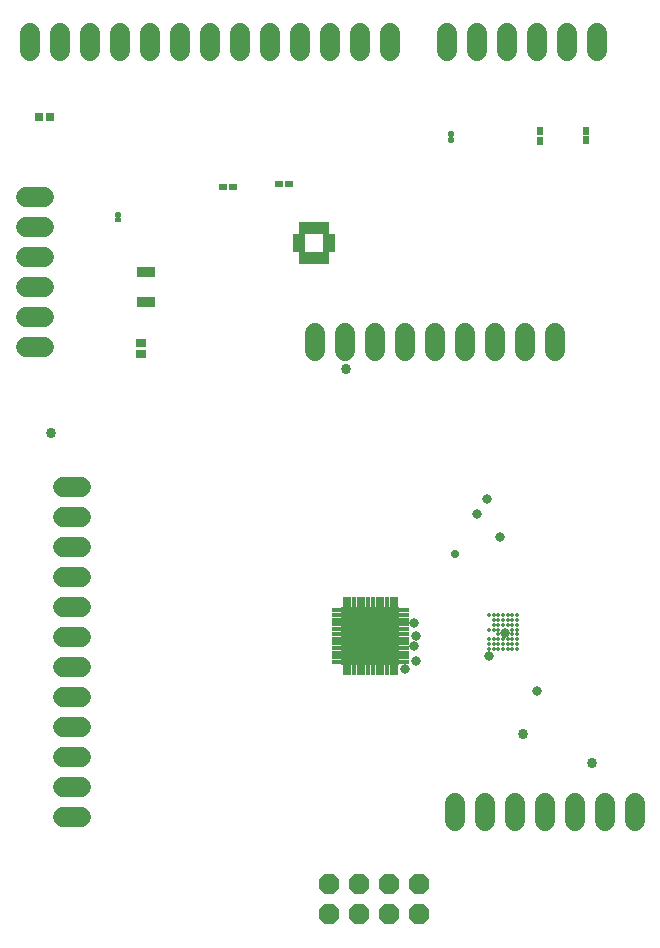
<source format=gts>
G75*
%MOIN*%
%OFA0B0*%
%FSLAX25Y25*%
%IPPOS*%
%LPD*%
%AMOC8*
5,1,8,0,0,1.08239X$1,22.5*
%
%ADD10R,0.06154X0.03241*%
%ADD11R,0.02000X0.03000*%
%ADD12R,0.03000X0.02000*%
%ADD13R,0.02600X0.02800*%
%ADD14C,0.01133*%
%ADD15R,0.03241X0.03083*%
%ADD16C,0.00682*%
%ADD17C,0.01339*%
%ADD18R,0.01981X0.04442*%
%ADD19R,0.03950X0.01981*%
%ADD20R,0.03400X0.01800*%
%ADD21R,0.01800X0.03400*%
%ADD22R,0.19300X0.19300*%
%ADD23OC8,0.06800*%
%ADD24C,0.06800*%
%ADD25C,0.03200*%
%ADD26C,0.03400*%
%ADD27C,0.02800*%
D10*
X0063965Y0228454D03*
X0063965Y0238612D03*
D11*
X0194984Y0282261D03*
X0194984Y0285361D03*
X0210463Y0285557D03*
X0210463Y0282457D03*
D12*
X0111314Y0267772D03*
X0108214Y0267772D03*
X0092698Y0266916D03*
X0089598Y0266916D03*
D13*
X0031717Y0290009D03*
X0028117Y0290009D03*
D14*
X0164884Y0285253D02*
X0164884Y0284247D01*
X0164884Y0285253D02*
X0165968Y0285253D01*
X0165968Y0284247D01*
X0164884Y0284247D01*
X0164884Y0283048D02*
X0164884Y0282042D01*
X0164884Y0283048D02*
X0165968Y0283048D01*
X0165968Y0282042D01*
X0164884Y0282042D01*
D15*
X0062024Y0214848D03*
X0062024Y0211147D03*
D16*
X0053790Y0255410D02*
X0053790Y0256434D01*
X0055088Y0256434D01*
X0055088Y0255410D01*
X0053790Y0255410D01*
X0053790Y0256091D02*
X0055088Y0256091D01*
X0053790Y0257261D02*
X0053790Y0258285D01*
X0055088Y0258285D01*
X0055088Y0257261D01*
X0053790Y0257261D01*
X0053790Y0257942D02*
X0055088Y0257942D01*
D17*
X0178083Y0123963D03*
X0179657Y0123963D03*
X0179657Y0122388D03*
X0179657Y0120814D03*
X0181232Y0120814D03*
X0181232Y0122388D03*
X0182807Y0122388D03*
X0182807Y0120814D03*
X0184382Y0120814D03*
X0184382Y0122388D03*
X0185957Y0122388D03*
X0185957Y0120814D03*
X0187531Y0120814D03*
X0187531Y0122388D03*
X0187531Y0123963D03*
X0185957Y0123963D03*
X0184382Y0123963D03*
X0182807Y0123963D03*
X0181232Y0123963D03*
X0181232Y0119239D03*
X0179657Y0119239D03*
X0178083Y0119239D03*
X0178083Y0116089D03*
X0179657Y0116089D03*
X0179657Y0114514D03*
X0179657Y0112940D03*
X0178083Y0112940D03*
X0178083Y0114514D03*
X0181232Y0114514D03*
X0181232Y0112940D03*
X0182807Y0112940D03*
X0182807Y0114514D03*
X0184382Y0114514D03*
X0184382Y0112940D03*
X0185957Y0112940D03*
X0187531Y0112940D03*
X0187531Y0114514D03*
X0185957Y0114514D03*
X0185957Y0116089D03*
X0187531Y0116089D03*
X0187531Y0117664D03*
X0185957Y0117664D03*
X0185957Y0119239D03*
X0187531Y0119239D03*
X0184382Y0116089D03*
X0182807Y0116089D03*
X0181232Y0116089D03*
X0181232Y0117664D03*
D18*
X0123676Y0243093D03*
X0121707Y0243093D03*
X0119739Y0243093D03*
X0117770Y0243093D03*
X0115802Y0243093D03*
X0115802Y0253231D03*
X0117770Y0253231D03*
X0119739Y0253231D03*
X0121707Y0253231D03*
X0123676Y0253231D03*
D19*
X0124759Y0250130D03*
X0124759Y0248162D03*
X0124759Y0246193D03*
X0114719Y0246193D03*
X0114719Y0248162D03*
X0114719Y0250130D03*
D20*
X0127333Y0125705D03*
X0127333Y0124131D03*
X0127333Y0122556D03*
X0127333Y0120981D03*
X0127333Y0119406D03*
X0127333Y0117831D03*
X0127333Y0116257D03*
X0127333Y0114682D03*
X0127333Y0113107D03*
X0127333Y0111532D03*
X0127333Y0109957D03*
X0127333Y0108383D03*
X0149933Y0108383D03*
X0149933Y0109957D03*
X0149933Y0111532D03*
X0149933Y0113107D03*
X0149933Y0114682D03*
X0149933Y0116257D03*
X0149933Y0117831D03*
X0149933Y0119406D03*
X0149933Y0120981D03*
X0149933Y0122556D03*
X0149933Y0124131D03*
X0149933Y0125705D03*
D21*
X0147295Y0128344D03*
X0145720Y0128344D03*
X0144145Y0128344D03*
X0142570Y0128344D03*
X0140996Y0128344D03*
X0139421Y0128344D03*
X0137846Y0128344D03*
X0136271Y0128344D03*
X0134696Y0128344D03*
X0133122Y0128344D03*
X0131547Y0128344D03*
X0129972Y0128344D03*
X0129972Y0105744D03*
X0131547Y0105744D03*
X0133122Y0105744D03*
X0134696Y0105744D03*
X0136271Y0105744D03*
X0137846Y0105744D03*
X0139421Y0105744D03*
X0140996Y0105744D03*
X0142570Y0105744D03*
X0144145Y0105744D03*
X0145720Y0105744D03*
X0147295Y0105744D03*
D22*
X0138633Y0117044D03*
D23*
X0134964Y0034326D03*
X0134964Y0024326D03*
X0144964Y0024326D03*
X0144964Y0034326D03*
X0154964Y0034326D03*
X0154964Y0024326D03*
X0124964Y0024326D03*
X0124964Y0034326D03*
D24*
X0042179Y0056655D02*
X0036179Y0056655D01*
X0036179Y0066655D02*
X0042179Y0066655D01*
X0042179Y0076655D02*
X0036179Y0076655D01*
X0036179Y0086655D02*
X0042179Y0086655D01*
X0042179Y0096655D02*
X0036179Y0096655D01*
X0036179Y0106655D02*
X0042179Y0106655D01*
X0042179Y0116655D02*
X0036179Y0116655D01*
X0036179Y0126655D02*
X0042179Y0126655D01*
X0042179Y0136655D02*
X0036179Y0136655D01*
X0036179Y0146655D02*
X0042179Y0146655D01*
X0042179Y0156655D02*
X0036179Y0156655D01*
X0036179Y0166655D02*
X0042179Y0166655D01*
X0029781Y0213344D02*
X0023781Y0213344D01*
X0023781Y0223344D02*
X0029781Y0223344D01*
X0029781Y0233344D02*
X0023781Y0233344D01*
X0023781Y0243344D02*
X0029781Y0243344D01*
X0029781Y0253344D02*
X0023781Y0253344D01*
X0023781Y0263344D02*
X0029781Y0263344D01*
X0025240Y0312093D02*
X0025240Y0318093D01*
X0035240Y0318093D02*
X0035240Y0312093D01*
X0045240Y0312093D02*
X0045240Y0318093D01*
X0055240Y0318093D02*
X0055240Y0312093D01*
X0065240Y0312093D02*
X0065240Y0318093D01*
X0075240Y0318093D02*
X0075240Y0312093D01*
X0085240Y0312093D02*
X0085240Y0318093D01*
X0095240Y0318093D02*
X0095240Y0312093D01*
X0105240Y0312093D02*
X0105240Y0318093D01*
X0115240Y0318093D02*
X0115240Y0312093D01*
X0125240Y0312093D02*
X0125240Y0318093D01*
X0135240Y0318093D02*
X0135240Y0312093D01*
X0145240Y0312093D02*
X0145240Y0318093D01*
X0164109Y0318226D02*
X0164109Y0312226D01*
X0174109Y0312226D02*
X0174109Y0318226D01*
X0184109Y0318226D02*
X0184109Y0312226D01*
X0194109Y0312226D02*
X0194109Y0318226D01*
X0204109Y0318226D02*
X0204109Y0312226D01*
X0214109Y0312226D02*
X0214109Y0318226D01*
X0200174Y0218016D02*
X0200174Y0212016D01*
X0190174Y0212016D02*
X0190174Y0218016D01*
X0180174Y0218016D02*
X0180174Y0212016D01*
X0170174Y0212016D02*
X0170174Y0218016D01*
X0160174Y0218016D02*
X0160174Y0212016D01*
X0150174Y0212016D02*
X0150174Y0218016D01*
X0140174Y0218016D02*
X0140174Y0212016D01*
X0130174Y0212016D02*
X0130174Y0218016D01*
X0120174Y0218016D02*
X0120174Y0212016D01*
X0166675Y0061439D02*
X0166675Y0055439D01*
X0176675Y0055439D02*
X0176675Y0061439D01*
X0186675Y0061439D02*
X0186675Y0055439D01*
X0196675Y0055439D02*
X0196675Y0061439D01*
X0206675Y0061439D02*
X0206675Y0055439D01*
X0216675Y0055439D02*
X0216675Y0061439D01*
X0226675Y0061439D02*
X0226675Y0055439D01*
D25*
X0193980Y0098945D03*
X0183530Y0118195D03*
X0178030Y0110495D03*
X0153946Y0108790D03*
X0153280Y0113795D03*
X0153830Y0117095D03*
X0153280Y0121495D03*
X0149980Y0106095D03*
X0181880Y0150095D03*
X0174180Y0157795D03*
X0177480Y0162745D03*
D26*
X0143579Y0124153D03*
X0144197Y0119275D03*
X0145145Y0111339D03*
X0140641Y0111215D03*
X0135847Y0111174D03*
X0131839Y0111298D03*
X0131839Y0119337D03*
X0132361Y0124134D03*
X0137215Y0123968D03*
X0137400Y0119275D03*
X0189521Y0084362D03*
X0212569Y0074897D03*
X0130403Y0206284D03*
X0032133Y0184878D03*
D27*
X0166851Y0144396D03*
M02*

</source>
